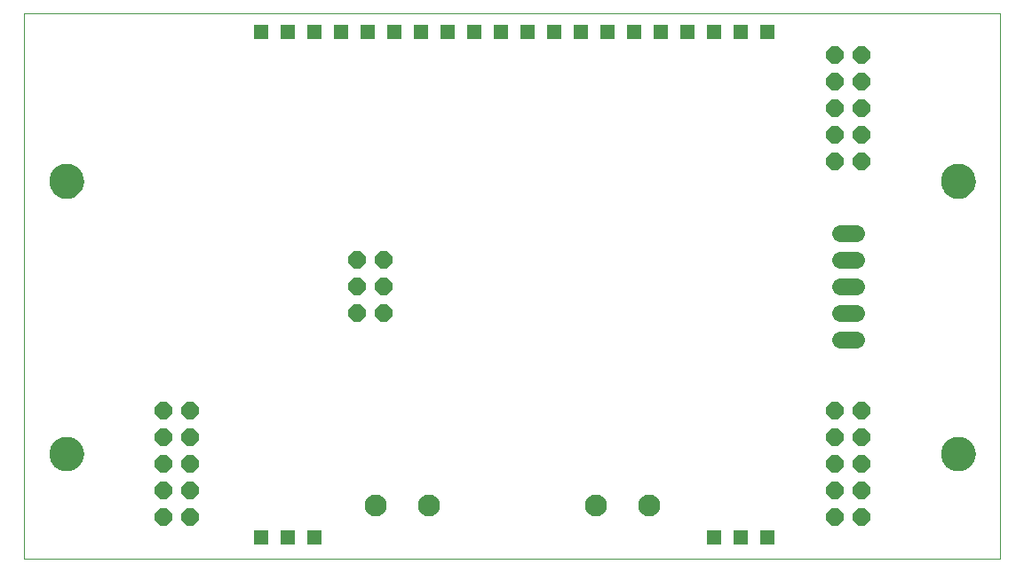
<source format=gbs>
G75*
G70*
%OFA0B0*%
%FSLAX24Y24*%
%IPPOS*%
%LPD*%
%AMOC8*
5,1,8,0,0,1.08239X$1,22.5*
%
%ADD10C,0.0000*%
%ADD11C,0.1300*%
%ADD12OC8,0.0640*%
%ADD13C,0.0827*%
%ADD14R,0.0520X0.0520*%
%ADD15C,0.0640*%
D10*
X000377Y000377D02*
X036991Y000377D01*
X036991Y020849D01*
X000377Y020849D01*
X000377Y000377D01*
X001322Y004314D02*
X001324Y004364D01*
X001330Y004414D01*
X001340Y004463D01*
X001354Y004511D01*
X001371Y004558D01*
X001392Y004603D01*
X001417Y004647D01*
X001445Y004688D01*
X001477Y004727D01*
X001511Y004764D01*
X001548Y004798D01*
X001588Y004828D01*
X001630Y004855D01*
X001674Y004879D01*
X001720Y004900D01*
X001767Y004916D01*
X001815Y004929D01*
X001865Y004938D01*
X001914Y004943D01*
X001965Y004944D01*
X002015Y004941D01*
X002064Y004934D01*
X002113Y004923D01*
X002161Y004908D01*
X002207Y004890D01*
X002252Y004868D01*
X002295Y004842D01*
X002336Y004813D01*
X002375Y004781D01*
X002411Y004746D01*
X002443Y004708D01*
X002473Y004668D01*
X002500Y004625D01*
X002523Y004581D01*
X002542Y004535D01*
X002558Y004487D01*
X002570Y004438D01*
X002578Y004389D01*
X002582Y004339D01*
X002582Y004289D01*
X002578Y004239D01*
X002570Y004190D01*
X002558Y004141D01*
X002542Y004093D01*
X002523Y004047D01*
X002500Y004003D01*
X002473Y003960D01*
X002443Y003920D01*
X002411Y003882D01*
X002375Y003847D01*
X002336Y003815D01*
X002295Y003786D01*
X002252Y003760D01*
X002207Y003738D01*
X002161Y003720D01*
X002113Y003705D01*
X002064Y003694D01*
X002015Y003687D01*
X001965Y003684D01*
X001914Y003685D01*
X001865Y003690D01*
X001815Y003699D01*
X001767Y003712D01*
X001720Y003728D01*
X001674Y003749D01*
X001630Y003773D01*
X001588Y003800D01*
X001548Y003830D01*
X001511Y003864D01*
X001477Y003901D01*
X001445Y003940D01*
X001417Y003981D01*
X001392Y004025D01*
X001371Y004070D01*
X001354Y004117D01*
X001340Y004165D01*
X001330Y004214D01*
X001324Y004264D01*
X001322Y004314D01*
X001322Y014550D02*
X001324Y014600D01*
X001330Y014650D01*
X001340Y014699D01*
X001354Y014747D01*
X001371Y014794D01*
X001392Y014839D01*
X001417Y014883D01*
X001445Y014924D01*
X001477Y014963D01*
X001511Y015000D01*
X001548Y015034D01*
X001588Y015064D01*
X001630Y015091D01*
X001674Y015115D01*
X001720Y015136D01*
X001767Y015152D01*
X001815Y015165D01*
X001865Y015174D01*
X001914Y015179D01*
X001965Y015180D01*
X002015Y015177D01*
X002064Y015170D01*
X002113Y015159D01*
X002161Y015144D01*
X002207Y015126D01*
X002252Y015104D01*
X002295Y015078D01*
X002336Y015049D01*
X002375Y015017D01*
X002411Y014982D01*
X002443Y014944D01*
X002473Y014904D01*
X002500Y014861D01*
X002523Y014817D01*
X002542Y014771D01*
X002558Y014723D01*
X002570Y014674D01*
X002578Y014625D01*
X002582Y014575D01*
X002582Y014525D01*
X002578Y014475D01*
X002570Y014426D01*
X002558Y014377D01*
X002542Y014329D01*
X002523Y014283D01*
X002500Y014239D01*
X002473Y014196D01*
X002443Y014156D01*
X002411Y014118D01*
X002375Y014083D01*
X002336Y014051D01*
X002295Y014022D01*
X002252Y013996D01*
X002207Y013974D01*
X002161Y013956D01*
X002113Y013941D01*
X002064Y013930D01*
X002015Y013923D01*
X001965Y013920D01*
X001914Y013921D01*
X001865Y013926D01*
X001815Y013935D01*
X001767Y013948D01*
X001720Y013964D01*
X001674Y013985D01*
X001630Y014009D01*
X001588Y014036D01*
X001548Y014066D01*
X001511Y014100D01*
X001477Y014137D01*
X001445Y014176D01*
X001417Y014217D01*
X001392Y014261D01*
X001371Y014306D01*
X001354Y014353D01*
X001340Y014401D01*
X001330Y014450D01*
X001324Y014500D01*
X001322Y014550D01*
X034786Y014550D02*
X034788Y014600D01*
X034794Y014650D01*
X034804Y014699D01*
X034818Y014747D01*
X034835Y014794D01*
X034856Y014839D01*
X034881Y014883D01*
X034909Y014924D01*
X034941Y014963D01*
X034975Y015000D01*
X035012Y015034D01*
X035052Y015064D01*
X035094Y015091D01*
X035138Y015115D01*
X035184Y015136D01*
X035231Y015152D01*
X035279Y015165D01*
X035329Y015174D01*
X035378Y015179D01*
X035429Y015180D01*
X035479Y015177D01*
X035528Y015170D01*
X035577Y015159D01*
X035625Y015144D01*
X035671Y015126D01*
X035716Y015104D01*
X035759Y015078D01*
X035800Y015049D01*
X035839Y015017D01*
X035875Y014982D01*
X035907Y014944D01*
X035937Y014904D01*
X035964Y014861D01*
X035987Y014817D01*
X036006Y014771D01*
X036022Y014723D01*
X036034Y014674D01*
X036042Y014625D01*
X036046Y014575D01*
X036046Y014525D01*
X036042Y014475D01*
X036034Y014426D01*
X036022Y014377D01*
X036006Y014329D01*
X035987Y014283D01*
X035964Y014239D01*
X035937Y014196D01*
X035907Y014156D01*
X035875Y014118D01*
X035839Y014083D01*
X035800Y014051D01*
X035759Y014022D01*
X035716Y013996D01*
X035671Y013974D01*
X035625Y013956D01*
X035577Y013941D01*
X035528Y013930D01*
X035479Y013923D01*
X035429Y013920D01*
X035378Y013921D01*
X035329Y013926D01*
X035279Y013935D01*
X035231Y013948D01*
X035184Y013964D01*
X035138Y013985D01*
X035094Y014009D01*
X035052Y014036D01*
X035012Y014066D01*
X034975Y014100D01*
X034941Y014137D01*
X034909Y014176D01*
X034881Y014217D01*
X034856Y014261D01*
X034835Y014306D01*
X034818Y014353D01*
X034804Y014401D01*
X034794Y014450D01*
X034788Y014500D01*
X034786Y014550D01*
X034786Y004314D02*
X034788Y004364D01*
X034794Y004414D01*
X034804Y004463D01*
X034818Y004511D01*
X034835Y004558D01*
X034856Y004603D01*
X034881Y004647D01*
X034909Y004688D01*
X034941Y004727D01*
X034975Y004764D01*
X035012Y004798D01*
X035052Y004828D01*
X035094Y004855D01*
X035138Y004879D01*
X035184Y004900D01*
X035231Y004916D01*
X035279Y004929D01*
X035329Y004938D01*
X035378Y004943D01*
X035429Y004944D01*
X035479Y004941D01*
X035528Y004934D01*
X035577Y004923D01*
X035625Y004908D01*
X035671Y004890D01*
X035716Y004868D01*
X035759Y004842D01*
X035800Y004813D01*
X035839Y004781D01*
X035875Y004746D01*
X035907Y004708D01*
X035937Y004668D01*
X035964Y004625D01*
X035987Y004581D01*
X036006Y004535D01*
X036022Y004487D01*
X036034Y004438D01*
X036042Y004389D01*
X036046Y004339D01*
X036046Y004289D01*
X036042Y004239D01*
X036034Y004190D01*
X036022Y004141D01*
X036006Y004093D01*
X035987Y004047D01*
X035964Y004003D01*
X035937Y003960D01*
X035907Y003920D01*
X035875Y003882D01*
X035839Y003847D01*
X035800Y003815D01*
X035759Y003786D01*
X035716Y003760D01*
X035671Y003738D01*
X035625Y003720D01*
X035577Y003705D01*
X035528Y003694D01*
X035479Y003687D01*
X035429Y003684D01*
X035378Y003685D01*
X035329Y003690D01*
X035279Y003699D01*
X035231Y003712D01*
X035184Y003728D01*
X035138Y003749D01*
X035094Y003773D01*
X035052Y003800D01*
X035012Y003830D01*
X034975Y003864D01*
X034941Y003901D01*
X034909Y003940D01*
X034881Y003981D01*
X034856Y004025D01*
X034835Y004070D01*
X034818Y004117D01*
X034804Y004165D01*
X034794Y004214D01*
X034788Y004264D01*
X034786Y004314D01*
D11*
X035416Y004314D03*
X035416Y014550D03*
X001952Y014550D03*
X001952Y004314D03*
D12*
X005586Y003920D03*
X006586Y003920D03*
X006586Y002920D03*
X005586Y002920D03*
X005586Y001920D03*
X006586Y001920D03*
X006586Y004920D03*
X005586Y004920D03*
X005586Y005920D03*
X006586Y005920D03*
X012869Y009613D03*
X013869Y009613D03*
X013869Y010613D03*
X012869Y010613D03*
X012869Y011613D03*
X013869Y011613D03*
X030782Y015306D03*
X031782Y015306D03*
X031782Y016306D03*
X030782Y016306D03*
X030782Y017306D03*
X031782Y017306D03*
X031782Y018306D03*
X030782Y018306D03*
X030782Y019306D03*
X031782Y019306D03*
X031782Y005920D03*
X030782Y005920D03*
X030782Y004920D03*
X031782Y004920D03*
X031782Y003920D03*
X030782Y003920D03*
X030782Y002920D03*
X031782Y002920D03*
X031782Y001920D03*
X030782Y001920D03*
D13*
X023826Y002355D03*
X021826Y002355D03*
X015558Y002355D03*
X013558Y002355D03*
D14*
X011247Y001156D03*
X010247Y001156D03*
X009247Y001156D03*
X026247Y001156D03*
X027247Y001156D03*
X028247Y001156D03*
X028247Y020156D03*
X027247Y020156D03*
X026247Y020156D03*
X025247Y020156D03*
X024247Y020156D03*
X023247Y020156D03*
X022247Y020156D03*
X021247Y020156D03*
X020247Y020156D03*
X019247Y020156D03*
X018247Y020156D03*
X017247Y020156D03*
X016247Y020156D03*
X015247Y020156D03*
X014247Y020156D03*
X013247Y020156D03*
X012247Y020156D03*
X011247Y020156D03*
X010247Y020156D03*
X009247Y020156D03*
D15*
X030982Y012613D02*
X031582Y012613D01*
X031582Y011613D02*
X030982Y011613D01*
X030982Y010613D02*
X031582Y010613D01*
X031582Y009613D02*
X030982Y009613D01*
X030982Y008613D02*
X031582Y008613D01*
M02*

</source>
